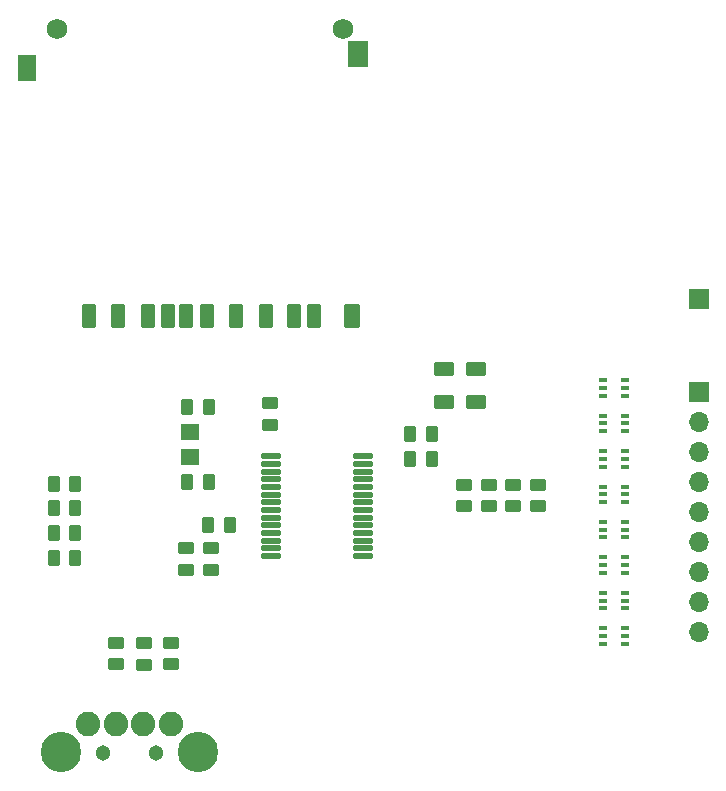
<source format=gbr>
%TF.GenerationSoftware,KiCad,Pcbnew,(6.0.2)*%
%TF.CreationDate,2022-06-02T00:09:37+03:00*%
%TF.ProjectId,BYKR-C2-V00,42594b52-2d43-4322-9d56-30302e6b6963,rev?*%
%TF.SameCoordinates,Original*%
%TF.FileFunction,Soldermask,Top*%
%TF.FilePolarity,Negative*%
%FSLAX46Y46*%
G04 Gerber Fmt 4.6, Leading zero omitted, Abs format (unit mm)*
G04 Created by KiCad (PCBNEW (6.0.2)) date 2022-06-02 00:09:37*
%MOMM*%
%LPD*%
G01*
G04 APERTURE LIST*
G04 Aperture macros list*
%AMRoundRect*
0 Rectangle with rounded corners*
0 $1 Rounding radius*
0 $2 $3 $4 $5 $6 $7 $8 $9 X,Y pos of 4 corners*
0 Add a 4 corners polygon primitive as box body*
4,1,4,$2,$3,$4,$5,$6,$7,$8,$9,$2,$3,0*
0 Add four circle primitives for the rounded corners*
1,1,$1+$1,$2,$3*
1,1,$1+$1,$4,$5*
1,1,$1+$1,$6,$7*
1,1,$1+$1,$8,$9*
0 Add four rect primitives between the rounded corners*
20,1,$1+$1,$2,$3,$4,$5,0*
20,1,$1+$1,$4,$5,$6,$7,0*
20,1,$1+$1,$6,$7,$8,$9,0*
20,1,$1+$1,$8,$9,$2,$3,0*%
G04 Aperture macros list end*
%ADD10C,1.303020*%
%ADD11C,2.082800*%
%ADD12C,3.418840*%
%ADD13C,1.752600*%
%ADD14RoundRect,0.101600X0.449580X-0.899160X0.449580X0.899160X-0.449580X0.899160X-0.449580X-0.899160X0*%
%ADD15RoundRect,0.101600X0.549910X-0.899160X0.549910X0.899160X-0.549910X0.899160X-0.549910X-0.899160X0*%
%ADD16RoundRect,0.101600X0.699770X-0.999490X0.699770X0.999490X-0.699770X0.999490X-0.699770X-0.999490X0*%
%ADD17RoundRect,0.101600X0.763270X-0.999490X0.763270X0.999490X-0.763270X0.999490X-0.763270X-0.999490X0*%
%ADD18R,1.500000X1.400000*%
%ADD19R,0.650000X0.400000*%
%ADD20RoundRect,0.050800X-0.800000X-0.162500X0.800000X-0.162500X0.800000X0.162500X-0.800000X0.162500X0*%
%ADD21RoundRect,0.250000X-0.450000X0.262500X-0.450000X-0.262500X0.450000X-0.262500X0.450000X0.262500X0*%
%ADD22RoundRect,0.250000X0.450000X-0.262500X0.450000X0.262500X-0.450000X0.262500X-0.450000X-0.262500X0*%
%ADD23RoundRect,0.250000X-0.262500X-0.450000X0.262500X-0.450000X0.262500X0.450000X-0.262500X0.450000X0*%
%ADD24R,1.700000X1.700000*%
%ADD25O,1.700000X1.700000*%
%ADD26RoundRect,0.250000X-0.625000X0.375000X-0.625000X-0.375000X0.625000X-0.375000X0.625000X0.375000X0*%
G04 APERTURE END LIST*
D10*
%TO.C,J1*%
X129797900Y-125768150D03*
X125302100Y-125768150D03*
D11*
X131047580Y-123271330D03*
X128675220Y-123271330D03*
X126424780Y-123271330D03*
X124052420Y-123271330D03*
D12*
X133348820Y-125669090D03*
X121751180Y-125669090D03*
%TD*%
D13*
%TO.C,U2*%
X121412000Y-64449020D03*
X145669000Y-64449020D03*
D14*
X126580900Y-88746660D03*
X129080260Y-88746660D03*
X130830320Y-88746660D03*
X134078980Y-88746660D03*
X136578340Y-88746660D03*
X139077700Y-88746660D03*
X141498320Y-88746660D03*
X143197580Y-88746660D03*
X124081540Y-88746660D03*
X132331460Y-88746660D03*
D15*
X146349720Y-88746660D03*
D16*
X118854220Y-67748480D03*
D17*
X146939000Y-66600400D03*
%TD*%
D18*
%TO.C,Y1*%
X132650000Y-98600000D03*
X132650000Y-100700000D03*
%TD*%
D19*
%TO.C,U11*%
X169500000Y-98500000D03*
X169500000Y-97850000D03*
X169500000Y-97200000D03*
X167600000Y-97200000D03*
X167600000Y-97850000D03*
X167600000Y-98500000D03*
%TD*%
%TO.C,U10*%
X169500000Y-95500000D03*
X169500000Y-94850000D03*
X169500000Y-94200000D03*
X167600000Y-94200000D03*
X167600000Y-94850000D03*
X167600000Y-95500000D03*
%TD*%
%TO.C,U9*%
X169500000Y-113500000D03*
X169500000Y-112850000D03*
X169500000Y-112200000D03*
X167600000Y-112200000D03*
X167600000Y-112850000D03*
X167600000Y-113500000D03*
%TD*%
%TO.C,U8*%
X169500000Y-110500000D03*
X169500000Y-109850000D03*
X169500000Y-109200000D03*
X167600000Y-109200000D03*
X167600000Y-109850000D03*
X167600000Y-110500000D03*
%TD*%
%TO.C,U7*%
X169500000Y-107500000D03*
X169500000Y-106850000D03*
X169500000Y-106200000D03*
X167600000Y-106200000D03*
X167600000Y-106850000D03*
X167600000Y-107500000D03*
%TD*%
%TO.C,U6*%
X167600000Y-104500000D03*
X167600000Y-103850000D03*
X167600000Y-103200000D03*
X169500000Y-103200000D03*
X169500000Y-103850000D03*
X169500000Y-104500000D03*
%TD*%
%TO.C,U5*%
X169500000Y-101500000D03*
X169500000Y-100850000D03*
X169500000Y-100200000D03*
X167600000Y-100200000D03*
X167600000Y-100850000D03*
X167600000Y-101500000D03*
%TD*%
%TO.C,U4*%
X169500000Y-116500000D03*
X169500000Y-115850000D03*
X169500000Y-115200000D03*
X167600000Y-115200000D03*
X167600000Y-115850000D03*
X167600000Y-116500000D03*
%TD*%
D20*
%TO.C,U3*%
X139550000Y-100625000D03*
X139550000Y-101275000D03*
X139550000Y-101925000D03*
X139550000Y-102575000D03*
X139550000Y-103225000D03*
X139550000Y-103875000D03*
X139550000Y-104525000D03*
X139550000Y-105175000D03*
X139550000Y-105825000D03*
X139550000Y-106475000D03*
X139550000Y-107125000D03*
X139550000Y-107775000D03*
X139550000Y-108425000D03*
X139550000Y-109075000D03*
X147350000Y-109075000D03*
X147350000Y-108425000D03*
X147350000Y-107775000D03*
X147350000Y-107125000D03*
X147350000Y-106475000D03*
X147350000Y-105825000D03*
X147350000Y-105175000D03*
X147350000Y-104525000D03*
X147350000Y-103875000D03*
X147350000Y-103225000D03*
X147350000Y-102575000D03*
X147350000Y-101925000D03*
X147350000Y-101275000D03*
X147350000Y-100625000D03*
%TD*%
D21*
%TO.C,U1*%
X131050000Y-116437500D03*
X131050000Y-118262500D03*
%TD*%
D22*
%TO.C,R11*%
X162150000Y-104862500D03*
X162150000Y-103037500D03*
%TD*%
%TO.C,R10*%
X160050000Y-104862500D03*
X160050000Y-103037500D03*
%TD*%
%TO.C,R9*%
X157950000Y-104862500D03*
X157950000Y-103037500D03*
%TD*%
%TO.C,R8*%
X155850000Y-104862500D03*
X155850000Y-103037500D03*
%TD*%
D23*
%TO.C,R7*%
X151337500Y-100850000D03*
X153162500Y-100850000D03*
%TD*%
%TO.C,R6*%
X151337500Y-98750000D03*
X153162500Y-98750000D03*
%TD*%
%TO.C,R5*%
X134237500Y-106450000D03*
X136062500Y-106450000D03*
%TD*%
D21*
%TO.C,R4*%
X139450000Y-96137500D03*
X139450000Y-97962500D03*
%TD*%
%TO.C,R3*%
X132350000Y-108437500D03*
X132350000Y-110262500D03*
%TD*%
D22*
%TO.C,R2*%
X128750000Y-118275000D03*
X128750000Y-116450000D03*
%TD*%
%TO.C,R1*%
X126450000Y-118262500D03*
X126450000Y-116437500D03*
%TD*%
D24*
%TO.C,J3*%
X175750000Y-87350000D03*
%TD*%
%TO.C,J2*%
X175762572Y-95200000D03*
D25*
X175762572Y-97740000D03*
X175762572Y-100280000D03*
X175762572Y-102820000D03*
X175762572Y-105360000D03*
X175762572Y-107900000D03*
X175762572Y-110440000D03*
X175762572Y-112980000D03*
X175762572Y-115520000D03*
%TD*%
D26*
%TO.C,D2*%
X156850000Y-93250000D03*
X156850000Y-96050000D03*
%TD*%
%TO.C,D1*%
X154150000Y-93250000D03*
X154150000Y-96050000D03*
%TD*%
D22*
%TO.C,C7*%
X134450000Y-110262500D03*
X134450000Y-108437500D03*
%TD*%
D23*
%TO.C,C6*%
X132437500Y-102850000D03*
X134262500Y-102850000D03*
%TD*%
%TO.C,C5*%
X132437500Y-96450000D03*
X134262500Y-96450000D03*
%TD*%
%TO.C,C4*%
X121125000Y-109250000D03*
X122950000Y-109250000D03*
%TD*%
%TO.C,C3*%
X121137500Y-107150000D03*
X122962500Y-107150000D03*
%TD*%
%TO.C,C2*%
X121137500Y-105050000D03*
X122962500Y-105050000D03*
%TD*%
%TO.C,C1*%
X121125000Y-102950000D03*
X122950000Y-102950000D03*
%TD*%
M02*

</source>
